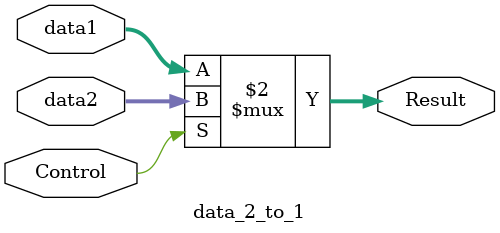
<source format=v>
`timescale 1ns / 1ps


module data_2_to_1(input [31:0]data1,data2,input Control, output [31:0]Result

    );
    assign Result = (Control == 1'b0 ? data1 : data2);
endmodule

</source>
